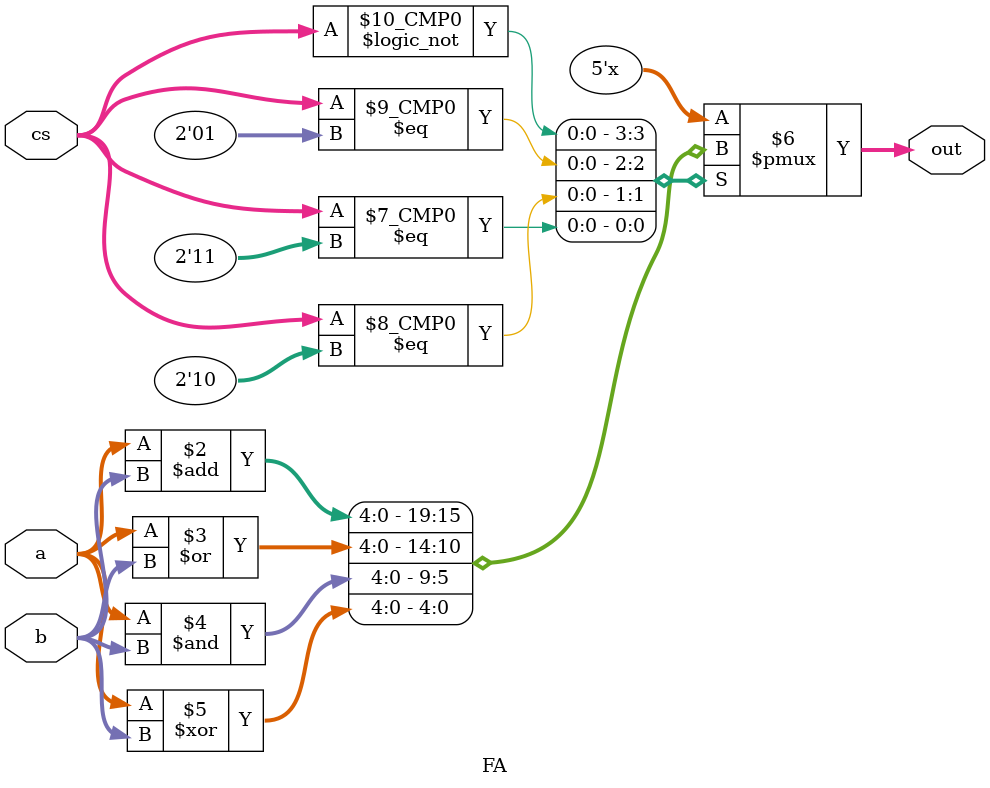
<source format=v>
module FA (a,b,out,cs);

input[3:0] a,b;
output[4:0] out;
reg[4:0] out;

input[1:0] cs;


always@(a or b or cs)
begin
	case(cs)
	2'b00 : out <= a + b;
	2'b01 : out <= a | b;
	2'b10 : out <= a & b;
	2'b11 : out <= a ^ b;
	endcase
end
endmodule

</source>
